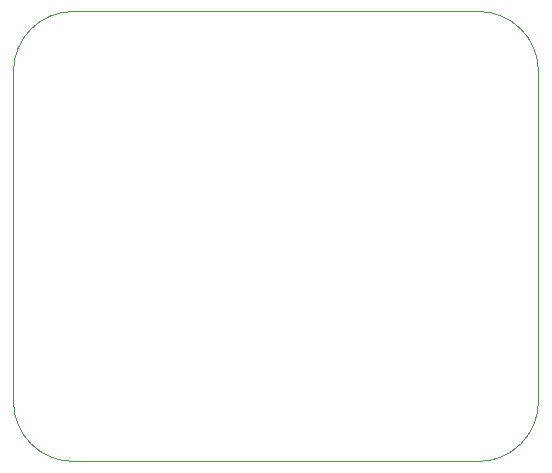
<source format=gbr>
%TF.GenerationSoftware,KiCad,Pcbnew,8.0.5*%
%TF.CreationDate,2025-02-12T18:39:00+02:00*%
%TF.ProjectId,IOExpander_PCF8574,494f4578-7061-46e6-9465-725f50434638,rev?*%
%TF.SameCoordinates,Original*%
%TF.FileFunction,Profile,NP*%
%FSLAX46Y46*%
G04 Gerber Fmt 4.6, Leading zero omitted, Abs format (unit mm)*
G04 Created by KiCad (PCBNEW 8.0.5) date 2025-02-12 18:39:00*
%MOMM*%
%LPD*%
G01*
G04 APERTURE LIST*
%TA.AperFunction,Profile*%
%ADD10C,0.050000*%
%TD*%
G04 APERTURE END LIST*
D10*
X77470000Y-67310000D02*
X77470000Y-39370000D01*
X121920000Y-39370000D02*
X121920000Y-67310000D01*
X116840000Y-34290000D02*
G75*
G02*
X121920000Y-39370000I0J-5080000D01*
G01*
X121920000Y-67310000D02*
G75*
G02*
X116840000Y-72390000I-5080000J0D01*
G01*
X77470000Y-39370000D02*
G75*
G02*
X82550000Y-34290000I5080000J0D01*
G01*
X116840000Y-72390000D02*
X82550000Y-72390000D01*
X82550000Y-34290000D02*
X116840000Y-34290000D01*
X82550000Y-72390000D02*
G75*
G02*
X77470000Y-67310000I0J5080000D01*
G01*
M02*

</source>
